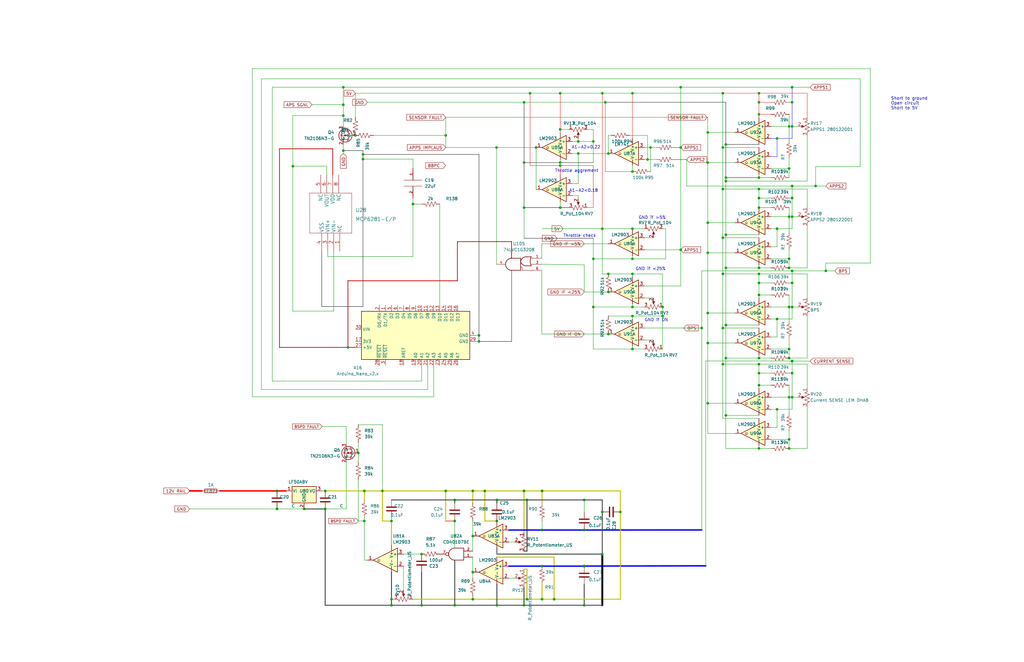
<source format=kicad_sch>
(kicad_sch (version 20211123) (generator eeschema)
  (paper "B")
  (junction (at 332.74 91.44))
  (junction (at 226.06 62.23))
  (junction (at 298.45 106.68))
  (junction (at 246.3292 238.9124))
  (junction (at 266.7 115.57))
  (junction (at 320.04 151.13))
  (junction (at 220.98 68.58))
  (junction (at 144.78 63.5508))
  (junction (at 191.7446 210.9724))
  (junction (at 334.01 114.3))
  (junction (at 334.01 91.44))
  (junction (at 332.74 109.22))
  (junction (at 233.6546 252.8824))
  (junction (at 304.8 39.37))
  (junction (at 165.0746 255.4224))
  (junction (at 332.74 167.64))
  (junction (at 199.3646 207.1624))
  (junction (at 298.45 68.58))
  (junction (at 320.04 113.03))
  (junction (at 334.01 152.3746))
  (junction (at 161.2646 207.1624))
  (junction (at 250.19 109.22))
  (junction (at 320.04 157.48))
  (junction (at 146.7104 146.6088))
  (junction (at 261.5946 216.0524))
  (junction (at 222.2246 210.9724))
  (junction (at 187.9346 207.1624))
  (junction (at 320.04 87.63))
  (junction (at 332.74 147.32))
  (junction (at 256.54 115.57))
  (junction (at 236.22 69.85))
  (junction (at 348.234 114.3))
  (junction (at 177.7746 255.4224))
  (junction (at 220.98 43.18))
  (junction (at 304.8 79.756))
  (junction (at 250.19 129.54))
  (junction (at 298.45 170.18))
  (junction (at 144.78 44.196))
  (junction (at 334.01 36.83))
  (junction (at 223.52 39.37))
  (junction (at 298.45 132.08))
  (junction (at 256.54 140.97))
  (junction (at 304.8 138.43))
  (junction (at 334.01 83.566))
  (junction (at 332.74 71.12))
  (junction (at 204.4446 207.1624))
  (junction (at 306.07 74.93))
  (junction (at 273.05 67.31))
  (junction (at 144.78 36.83))
  (junction (at 320.04 83.566))
  (junction (at 266.7 109.22))
  (junction (at 199.3646 226.2124))
  (junction (at 256.54 123.19))
  (junction (at 320.04 115.57))
  (junction (at 165.0746 219.8624))
  (junction (at 199.3646 252.8824))
  (junction (at 250.19 59.69))
  (junction (at 334.01 157.48))
  (junction (at 298.45 144.78))
  (junction (at 320.04 48.26))
  (junction (at 228.5746 238.9124))
  (junction (at 343.916 78.486))
  (junction (at 306.07 99.06))
  (junction (at 220.98 87.63))
  (junction (at 327.66 58.42))
  (junction (at 304.8 115.57))
  (junction (at 116.8146 214.7824))
  (junction (at 266.7 96.52))
  (junction (at 187.96 57.15))
  (junction (at 332.74 189.23))
  (junction (at 320.04 124.46))
  (junction (at 254 96.52))
  (junction (at 306.07 76.454))
  (junction (at 320.04 162.56))
  (junction (at 332.74 113.03))
  (junction (at 243.84 64.77))
  (junction (at 334.01 152.4))
  (junction (at 266.7 147.32))
  (junction (at 209.5246 210.9724))
  (junction (at 306.07 60.96))
  (junction (at 274.32 62.23))
  (junction (at 306.07 151.13))
  (junction (at 177.7746 233.8324))
  (junction (at 332.74 151.13))
  (junction (at 279.4 133.35))
  (junction (at 334.01 43.18))
  (junction (at 334.01 53.34))
  (junction (at 306.07 175.26))
  (junction (at 243.84 59.69))
  (junction (at 304.8 153.67))
  (junction (at 151.1046 191.1604))
  (junction (at 332.74 129.54))
  (junction (at 209.5246 255.4224))
  (junction (at 174.1424 86.106))
  (junction (at 236.22 87.63))
  (junction (at 334.01 78.486))
  (junction (at 246.3546 210.9724))
  (junction (at 306.07 113.03))
  (junction (at 137.1346 214.7824))
  (junction (at 332.74 53.34))
  (junction (at 220.9546 207.1624))
  (junction (at 295.91 138.43))
  (junction (at 137.1346 207.1624))
  (junction (at 266.7 133.35))
  (junction (at 266.7 129.54))
  (junction (at 153.0604 67.1576))
  (junction (at 287.02 105.41))
  (junction (at 266.7 72.39))
  (junction (at 332.74 185.42))
  (junction (at 304.8 100.33))
  (junction (at 279.4 129.54))
  (junction (at 266.7 39.37))
  (junction (at 298.45 93.98))
  (junction (at 128.2446 214.7824))
  (junction (at 144.78 48.768))
  (junction (at 246.3546 255.4224))
  (junction (at 236.22 39.37))
  (junction (at 327.66 134.62))
  (junction (at 123.4948 70.1548))
  (junction (at 165.0746 252.8824))
  (junction (at 254 39.37))
  (junction (at 191.7446 255.4224))
  (junction (at 201.9808 144.0688))
  (junction (at 153.6446 219.8624))
  (junction (at 334.01 167.64))
  (junction (at 246.3546 223.6724))
  (junction (at 149.86 57.15))
  (junction (at 246.3546 238.9124))
  (junction (at 327.66 96.52))
  (junction (at 320.04 119.38))
  (junction (at 236.22 54.61))
  (junction (at 320.04 74.93))
  (junction (at 306.07 137.16))
  (junction (at 153.0604 65.1764))
  (junction (at 153.6446 207.1624))
  (junction (at 327.66 172.72))
  (junction (at 320.04 79.756))
  (junction (at 320.04 189.23))
  (junction (at 201.9808 141.5288))
  (junction (at 320.04 39.37))
  (junction (at 304.8 62.23))
  (junction (at 209.5246 219.8624))
  (junction (at 228.5746 252.8824))
  (junction (at 220.9546 255.4224))
  (junction (at 246.3546 238.887))
  (junction (at 116.8146 207.1624))
  (junction (at 287.02 62.23))
  (junction (at 320.04 153.67))
  (junction (at 256.54 64.77))
  (junction (at 253.9746 216.0524))
  (junction (at 228.5746 223.6724))
  (junction (at 222.2246 252.8824))
  (junction (at 253.9746 233.8324))
  (junction (at 228.5746 207.1624))
  (junction (at 209.3722 62.23))
  (junction (at 320.04 43.18))
  (junction (at 191.7446 219.8624))
  (junction (at 236.22 68.58))
  (junction (at 334.01 119.38))
  (junction (at 287.02 36.83))
  (junction (at 298.45 55.88))
  (junction (at 334.01 129.54))
  (junction (at 199.3646 241.4524))
  (junction (at 255.27 43.18))
  (wire (pts (xy 117.856 62.7888) (xy 117.856 146.6088)) (stroke (width 0.3) (color 194 0 0 1)))
  (wire (pts (xy 306.07 99.06) (xy 320.04 99.06)))
  (wire (pts (xy 253.9746 210.9724) (xy 253.9746 216.0524)) (stroke (width 0.4) (color 72 72 72 1)))
  (wire (pts (xy 144.78 36.83) (xy 287.02 36.83)))
  (wire (pts (xy 334.01 129.54) (xy 336.55 129.54)))
  (wire (pts (xy 298.45 144.78) (xy 309.88 144.78)))
  (wire (pts (xy 187.9346 219.8624) (xy 187.9346 207.1624)) (stroke (width 0.4) (color 194 194 0 1)))
  (wire (pts (xy 191.7446 210.9724) (xy 165.0746 210.9724)) (stroke (width 0.4) (color 72 72 72 1)))
  (wire (pts (xy 320.04 48.26) (xy 320.04 49.53)) (stroke (width 0) (color 255 0 0 1)))
  (wire (pts (xy 304.8 138.43) (xy 320.04 138.43)))
  (wire (pts (xy 201.9808 144.0688) (xy 201.9808 141.5288)) (stroke (width 0) (color 0 0 0 1)))
  (wire (pts (xy 256.54 57.15) (xy 257.81 57.15)))
  (wire (pts (xy 236.22 73.66) (xy 236.22 69.85)) (stroke (width 0) (color 255 0 0 1)))
  (wire (pts (xy 295.9608 223.647) (xy 295.9608 165.227)))
  (wire (pts (xy 138.176 106.0196) (xy 138.176 108.2548)))
  (wire (pts (xy 209.3722 62.23) (xy 226.06 62.23)))
  (wire (pts (xy 220.98 87.63) (xy 236.22 87.63)) (stroke (width 0) (color 0 0 0 1)))
  (wire (pts (xy 192.8622 118.491) (xy 192.8622 101.9556)) (stroke (width 0.3) (color 194 0 0 1)))
  (wire (pts (xy 201.9808 141.5288) (xy 200.66 141.5288)))
  (wire (pts (xy 340.36 153.67) (xy 320.04 153.67)))
  (wire (pts (xy 325.12 185.42) (xy 332.74 185.42)))
  (wire (pts (xy 306.07 137.16) (xy 320.04 137.16)))
  (wire (pts (xy 146.0246 179.9844) (xy 146.0246 187.3504)))
  (wire (pts (xy 332.74 167.64) (xy 332.74 174.244)))
  (wire (pts (xy 304.8 115.57) (xy 304.8 138.43)))
  (wire (pts (xy 223.52 69.85) (xy 223.52 39.37)) (stroke (width 0) (color 255 0 0 1)))
  (wire (pts (xy 320.04 113.03) (xy 325.12 113.03)))
  (wire (pts (xy 209.5246 210.9724) (xy 191.7446 210.9724)) (stroke (width 0.4) (color 72 72 72 1)))
  (wire (pts (xy 220.9546 232.5624) (xy 222.2246 232.5624)) (stroke (width 0.4) (color 72 72 72 1)))
  (wire (pts (xy 304.8 153.67) (xy 304.8 176.53)))
  (wire (pts (xy 226.06 80.01) (xy 226.06 62.23)))
  (wire (pts (xy 220.98 68.58) (xy 220.98 43.18)) (stroke (width 0) (color 0 0 0 1)))
  (wire (pts (xy 246.38 111.76) (xy 246.38 123.19)))
  (wire (pts (xy 334.01 119.38) (xy 334.01 129.54)))
  (wire (pts (xy 250.19 129.54) (xy 266.7 129.54)))
  (wire (pts (xy 228.4222 102.87) (xy 256.54 102.87)))
  (wire (pts (xy 279.4 115.57) (xy 279.4 129.54)))
  (wire (pts (xy 334.01 58.42) (xy 334.01 53.34)) (stroke (width 0) (color 0 0 255 1)))
  (wire (pts (xy 241.3 64.77) (xy 243.84 64.77)))
  (wire (pts (xy 334.01 134.62) (xy 334.01 129.54)))
  (wire (pts (xy 246.3546 210.9724) (xy 246.3546 216.0524)))
  (wire (pts (xy 334.01 114.3) (xy 348.234 114.3)))
  (wire (pts (xy 151.1046 194.9704) (xy 151.1046 191.1604)))
  (wire (pts (xy 151.1046 179.2224) (xy 161.2646 179.2224)))
  (wire (pts (xy 220.98 68.58) (xy 236.22 68.58)) (stroke (width 0) (color 0 0 0 1)))
  (wire (pts (xy 287.02 62.23) (xy 287.02 105.41)))
  (wire (pts (xy 174.1424 70.9676) (xy 174.1424 67.1576)))
  (wire (pts (xy 327.66 172.72) (xy 327.66 180.34)))
  (wire (pts (xy 266.7 39.37) (xy 304.8 39.37)))
  (wire (pts (xy 298.45 132.08) (xy 309.88 132.08)))
  (wire (pts (xy 325.12 157.48) (xy 320.04 157.48)))
  (wire (pts (xy 146.7104 118.491) (xy 192.8622 118.491)) (stroke (width 0.3) (color 194 0 0 1)))
  (wire (pts (xy 153.0604 129.3368) (xy 153.0604 67.1576)) (stroke (width 0) (color 0 0 0 1)))
  (wire (pts (xy 343.916 70.358) (xy 343.916 78.486)))
  (wire (pts (xy 165.0746 252.8824) (xy 165.0746 255.4224)) (stroke (width 0.4) (color 72 72 72 1)))
  (wire (pts (xy 220.9546 255.4224) (xy 246.3546 255.4224)) (stroke (width 0.4) (color 72 72 72 1)))
  (wire (pts (xy 228.5746 207.1624) (xy 228.5746 212.2424)) (stroke (width 0.4) (color 194 194 0 1)))
  (wire (pts (xy 250.19 109.22) (xy 250.19 129.54)))
  (wire (pts (xy 320.04 115.57) (xy 304.8 115.57)))
  (wire (pts (xy 266.7 109.22) (xy 266.7 107.95)))
  (wire (pts (xy 79.9846 214.7824) (xy 116.8146 214.7824)))
  (wire (pts (xy 209.5246 231.2924) (xy 209.5246 233.8324)) (stroke (width 0.25) (color 0 0 0 1)))
  (wire (pts (xy 243.84 59.69) (xy 241.3 59.69)))
  (wire (pts (xy 327.66 134.62) (xy 325.12 134.62)))
  (wire (pts (xy 320.04 151.13) (xy 325.12 151.13)))
  (wire (pts (xy 274.32 62.23) (xy 274.32 72.39)))
  (wire (pts (xy 362.712 33.274) (xy 362.712 70.358)))
  (wire (pts (xy 297.6372 152.3238) (xy 297.6372 238.7854)))
  (wire (pts (xy 320.04 119.38) (xy 320.04 124.46)))
  (wire (pts (xy 266.7 115.57) (xy 266.7 116.84)))
  (wire (pts (xy 123.4948 131.318) (xy 140.716 131.318)))
  (wire (pts (xy 250.19 87.63) (xy 247.65 87.63)))
  (wire (pts (xy 367.03 28.956) (xy 367.03 110.998)))
  (wire (pts (xy 327.66 134.62) (xy 327.66 142.24)))
  (wire (pts (xy 306.07 189.23) (xy 320.04 189.23)))
  (wire (pts (xy 246.3292 238.9124) (xy 246.3546 238.9124)))
  (wire (pts (xy 254 96.52) (xy 266.7 96.52)))
  (wire (pts (xy 273.05 57.15) (xy 273.05 67.31)))
  (wire (pts (xy 327.66 58.42) (xy 327.66 66.04)) (stroke (width 0) (color 0 0 255 1)))
  (wire (pts (xy 192.8622 101.9556) (xy 215.7222 101.9556)) (stroke (width 0.3) (color 194 0 0 1)))
  (wire (pts (xy 236.22 68.58) (xy 250.19 68.58)) (stroke (width 0) (color 0 0 0 1)))
  (wire (pts (xy 298.45 93.98) (xy 309.88 93.98)))
  (wire (pts (xy 165.0746 219.8624) (xy 165.0746 218.5924)))
  (wire (pts (xy 320.04 124.46) (xy 320.04 125.73)))
  (wire (pts (xy 325.12 180.34) (xy 327.66 180.34)))
  (wire (pts (xy 271.78 105.41) (xy 287.02 105.41)))
  (wire (pts (xy 332.74 147.32) (xy 332.74 151.13)))
  (wire (pts (xy 146.0246 214.7824) (xy 137.1346 214.7824)))
  (wire (pts (xy 222.2246 232.5624) (xy 222.2246 210.9724)) (stroke (width 0.4) (color 72 72 72 1)))
  (wire (pts (xy 241.3 77.47) (xy 243.84 77.47)))
  (wire (pts (xy 340.36 87.63) (xy 340.36 79.756)))
  (wire (pts (xy 327.66 58.42) (xy 334.01 58.42)) (stroke (width 0) (color 0 0 255 1)))
  (wire (pts (xy 191.7446 210.9724) (xy 191.7446 212.2424)) (stroke (width 0.4) (color 72 72 72 1)))
  (wire (pts (xy 236.22 69.85) (xy 250.19 69.85)) (stroke (width 0) (color 255 0 0 1)))
  (wire (pts (xy 287.02 36.83) (xy 334.01 36.83)))
  (wire (pts (xy 106.426 28.956) (xy 367.03 28.956)))
  (wire (pts (xy 295.91 114.3) (xy 334.01 114.3)))
  (wire (pts (xy 325.12 129.54) (xy 332.74 129.54)))
  (wire (pts (xy 236.22 39.37) (xy 254 39.37)))
  (wire (pts (xy 236.22 67.31) (xy 236.22 68.58)))
  (wire (pts (xy 116.8146 207.1624) (xy 120.6246 207.1624)) (stroke (width 0.6) (color 255 0 0 1)))
  (wire (pts (xy 177.7746 255.4224) (xy 191.7446 255.4224)) (stroke (width 0.4) (color 72 72 72 1)))
  (wire (pts (xy 332.74 143.002) (xy 332.74 147.32)))
  (wire (pts (xy 266.7 109.22) (xy 250.19 109.22)))
  (wire (pts (xy 279.4 133.35) (xy 279.4 147.32)))
  (wire (pts (xy 131.572 44.196) (xy 144.78 44.196)))
  (wire (pts (xy 266.7 129.54) (xy 266.7 128.27)))
  (wire (pts (xy 279.4 129.54) (xy 279.4 133.35)))
  (wire (pts (xy 146.7104 146.6088) (xy 146.7104 118.491)) (stroke (width 0.3) (color 194 0 0 1)))
  (wire (pts (xy 137.1346 214.7824) (xy 137.1346 255.4224)) (stroke (width 0.4) (color 72 72 72 1)))
  (wire (pts (xy 271.78 100.33) (xy 275.59 100.33)))
  (wire (pts (xy 340.36 76.454) (xy 306.07 76.454)))
  (wire (pts (xy 137.1346 255.4224) (xy 165.0746 255.4224)) (stroke (width 0.4) (color 72 72 72 1)))
  (wire (pts (xy 157.48 57.15) (xy 187.96 57.15)))
  (wire (pts (xy 332.74 129.54) (xy 332.74 135.382)))
  (wire (pts (xy 123.4948 48.768) (xy 144.78 48.768)))
  (wire (pts (xy 153.6446 219.8624) (xy 153.6446 236.3724)))
  (wire (pts (xy 306.07 113.03) (xy 320.04 113.03)))
  (wire (pts (xy 253.9746 216.0524) (xy 253.9746 233.8324)) (stroke (width 0.4) (color 72 72 72 1)))
  (wire (pts (xy 228.6 96.52) (xy 254 96.52)))
  (wire (pts (xy 177.8 160.8328) (xy 114.808 160.8328)))
  (wire (pts (xy 165.0746 241.4524) (xy 165.0746 252.8824)) (stroke (width 0.4) (color 72 72 72 1)))
  (wire (pts (xy 334.01 78.486) (xy 334.01 83.566)))
  (wire (pts (xy 327.66 172.72) (xy 325.12 172.72)))
  (wire (pts (xy 325.12 147.32) (xy 332.74 147.32)))
  (wire (pts (xy 334.01 96.52) (xy 334.01 91.44)))
  (wire (pts (xy 114.808 36.83) (xy 144.78 36.83)))
  (wire (pts (xy 214.6046 228.7524) (xy 217.1446 228.7524)))
  (wire (pts (xy 144.78 63.5508) (xy 144.78 64.77)))
  (wire (pts (xy 320.04 74.93) (xy 325.12 74.93)))
  (wire (pts (xy 325.12 162.56) (xy 320.04 162.56)))
  (wire (pts (xy 332.74 83.566) (xy 334.01 83.566)))
  (wire (pts (xy 191.7446 219.8624) (xy 191.7446 231.2924)))
  (wire (pts (xy 273.05 67.31) (xy 271.78 67.31)))
  (wire (pts (xy 334.01 152.4) (xy 334.01 157.48)))
  (wire (pts (xy 243.84 83.82) (xy 243.84 82.55)))
  (wire (pts (xy 332.74 91.44) (xy 332.74 97.9518)))
  (wire (pts (xy 327.66 134.62) (xy 334.01 134.62)))
  (wire (pts (xy 298.45 55.88) (xy 309.88 55.88)))
  (wire (pts (xy 261.5946 216.0524) (xy 261.5946 252.8824)) (stroke (width 0.4) (color 194 194 0 1)))
  (wire (pts (xy 246.3292 238.9124) (xy 246.3546 238.9124)) (stroke (width 0.6) (color 0 0 255 1)))
  (wire (pts (xy 153.0604 65.1764) (xy 153.0604 63.5508)) (stroke (width 0) (color 0 0 0 1)))
  (wire (pts (xy 340.36 125.73) (xy 340.36 115.57)))
  (wire (pts (xy 246.3546 238.887) (xy 246.3292 238.9124)))
  (wire (pts (xy 243.84 64.77) (xy 256.54 64.77)))
  (wire (pts (xy 246.3546 210.9724) (xy 222.2246 210.9724)) (stroke (width 0.4) (color 72 72 72 1)))
  (wire (pts (xy 327.66 58.42) (xy 325.12 58.42)) (stroke (width 0) (color 0 0 255 1)))
  (wire (pts (xy 325.12 142.24) (xy 327.66 142.24)))
  (wire (pts (xy 135.636 106.0196) (xy 135.636 129.3368)) (stroke (width 0) (color 0 0 0 1)))
  (wire (pts (xy 199.3646 241.4524) (xy 199.3646 243.9924)))
  (wire (pts (xy 199.3646 252.8824) (xy 222.2246 252.8824)) (stroke (width 0.4) (color 194 194 0 1)))
  (wire (pts (xy 271.78 120.65) (xy 287.02 120.65)))
  (wire (pts (xy 306.07 137.16) (xy 306.07 151.13)))
  (wire (pts (xy 320.04 43.18) (xy 320.04 48.26)) (stroke (width 0) (color 255 0 0 1)))
  (wire (pts (xy 187.9346 207.1624) (xy 199.3646 207.1624)) (stroke (width 0.4) (color 194 194 0 1)))
  (wire (pts (xy 220.9546 207.1624) (xy 220.9546 224.9424)) (stroke (width 0.4) (color 194 194 0 1)))
  (wire (pts (xy 209.5246 235.1024) (xy 233.6546 235.1024)) (stroke (width 0.4) (color 194 194 0 1)))
  (wire (pts (xy 117.856 62.7888) (xy 140.3096 62.7888)) (stroke (width 0.3) (color 194 0 0 1)))
  (wire (pts (xy 254 115.57) (xy 256.54 115.57)))
  (wire (pts (xy 153.0604 63.5508) (xy 144.78 63.5508)) (stroke (width 0) (color 0 0 0 1)))
  (wire (pts (xy 332.74 124.46) (xy 332.74 129.54)))
  (wire (pts (xy 265.43 57.15) (xy 273.05 57.15)))
  (wire (pts (xy 228.5746 252.8824) (xy 233.6546 252.8824)) (stroke (width 0.4) (color 194 194 0 1)))
  (wire (pts (xy 153.6446 236.3724) (xy 154.9146 236.3724)))
  (wire (pts (xy 144.78 36.83) (xy 144.78 44.196)))
  (wire (pts (xy 187.96 62.23) (xy 209.3722 62.23)))
  (wire (pts (xy 332.74 157.48) (xy 334.01 157.48)))
  (wire (pts (xy 123.4948 48.768) (xy 123.4948 70.1548)))
  (wire (pts (xy 266.7 133.35) (xy 266.7 134.62)))
  (wire (pts (xy 306.07 76.454) (xy 306.07 99.06)))
  (wire (pts (xy 214.6046 223.6724) (xy 228.5746 223.6724)) (stroke (width 0.6) (color 0 0 255 1)))
  (wire (pts (xy 209.5246 255.4224) (xy 220.9546 255.4224)) (stroke (width 0.4) (color 72 72 72 1)))
  (wire (pts (xy 320.04 79.756) (xy 304.8 79.756)))
  (wire (pts (xy 182.88 154.2288) (xy 182.88 167.4368)))
  (wire (pts (xy 151.1046 202.5904) (xy 151.1046 219.8624)))
  (wire (pts (xy 332.74 105.5718) (xy 332.74 109.22)))
  (wire (pts (xy 266.7 39.37) (xy 266.7 58.42)) (stroke (width 0) (color 255 0 0 1)))
  (wire (pts (xy 250.19 147.32) (xy 266.7 147.32)))
  (wire (pts (xy 187.96 49.53) (xy 298.45 49.53)))
  (wire (pts (xy 146.0246 194.9704) (xy 146.0246 214.7824)))
  (wire (pts (xy 250.19 109.22) (xy 250.19 100.584)))
  (wire (pts (xy 236.22 54.61) (xy 236.22 55.88)))
  (wire (pts (xy 304.8 138.43) (xy 304.8 153.67)))
  (wire (pts (xy 332.74 48.26) (xy 332.74 53.34)))
  (wire (pts (xy 334.01 172.72) (xy 334.01 167.64)))
  (wire (pts (xy 325.12 119.38) (xy 320.04 119.38)))
  (wire (pts (xy 228.5746 246.5324) (xy 228.5746 252.8824)) (stroke (width 0.4) (color 194 194 0 1)))
  (wire (pts (xy 306.07 175.26) (xy 306.07 189.23)))
  (wire (pts (xy 220.98 68.58) (xy 220.98 87.63)) (stroke (width 0) (color 0 0 0 1)))
  (wire (pts (xy 306.07 74.93) (xy 306.07 76.454)))
  (wire (pts (xy 187.96 62.23) (xy 187.96 57.15)))
  (wire (pts (xy 149.86 39.37) (xy 223.52 39.37)))
  (wire (pts (xy 340.36 39.37) (xy 320.04 39.37)) (stroke (width 0) (color 255 0 0 1)))
  (wire (pts (xy 334.01 152.3746) (xy 297.6372 152.3238)))
  (wire (pts (xy 182.88 167.4368) (xy 106.426 167.4368)))
  (wire (pts (xy 209.5246 219.8624) (xy 204.4446 219.8624)) (stroke (width 0.4) (color 194 194 0 1)))
  (wire (pts (xy 266.7 129.54) (xy 271.78 129.54)))
  (wire (pts (xy 199.3646 226.2124) (xy 199.3646 232.5624)))
  (wire (pts (xy 153.6446 218.5924) (xy 153.6446 219.8624)))
  (wire (pts (xy 200.66 144.0688) (xy 201.9808 144.0688)))
  (wire (pts (xy 116.8146 214.7824) (xy 128.2446 214.7824)))
  (wire (pts (xy 298.45 55.88) (xy 298.45 49.53)))
  (wire (pts (xy 144.78 44.196) (xy 144.78 48.768)))
  (wire (pts (xy 343.916 78.486) (xy 348.234 78.486)))
  (wire (pts (xy 325.12 124.46) (xy 320.04 124.46)))
  (wire (pts (xy 180.34 164.3888) (xy 110.236 164.3888)))
  (wire (pts (xy 243.84 77.47) (xy 243.84 64.77)))
  (wire (pts (xy 298.45 106.68) (xy 298.45 132.08)))
  (wire (pts (xy 228.5746 238.9124) (xy 246.3292 238.9124)) (stroke (width 0.6) (color 0 0 255 1)))
  (wire (pts (xy 334.01 152.4) (xy 341.63 152.4)))
  (wire (pts (xy 191.7446 236.3724) (xy 191.7446 255.4224)) (stroke (width 0.4) (color 72 72 72 1)))
  (wire (pts (xy 149.86 146.6088) (xy 146.7104 146.6088)) (stroke (width 0.3) (color 194 0 0 1)))
  (wire (pts (xy 174.1424 86.106) (xy 177.8 86.106)))
  (wire (pts (xy 320.04 115.57) (xy 320.04 119.38)))
  (wire (pts (xy 325.12 66.04) (xy 327.66 66.04)) (stroke (width 0) (color 0 0 255 1)))
  (wire (pts (xy 334.01 114.3) (xy 334.01 119.38)))
  (wire (pts (xy 253.9746 210.9724) (xy 246.3546 210.9724)) (stroke (width 0.4) (color 72 72 72 1)))
  (wire (pts (xy 340.36 151.13) (xy 340.36 133.35)))
  (wire (pts (xy 306.07 43.18) (xy 306.07 60.96)) (stroke (width 0) (color 0 0 0 1)))
  (wire (pts (xy 153.0604 65.1764) (xy 201.9808 65.1764)) (stroke (width 0) (color 0 0 0 1)))
  (wire (pts (xy 340.36 115.57) (xy 320.04 115.57)))
  (wire (pts (xy 298.45 170.18) (xy 298.45 182.88)))
  (wire (pts (xy 295.91 138.43) (xy 295.91 143.51)))
  (wire (pts (xy 340.36 113.03) (xy 340.36 95.25)))
  (wire (pts (xy 174.1424 83.6676) (xy 174.1424 86.106)))
  (wire (pts (xy 254 39.37) (xy 254 96.52)) (stroke (width 0) (color 255 0 0 1)))
  (wire (pts (xy 243.84 82.55) (xy 241.3 82.55)))
  (wire (pts (xy 325.12 167.64) (xy 332.74 167.64)))
  (wire (pts (xy 174.1424 108.2548) (xy 174.1424 86.106)))
  (wire (pts (xy 334.01 43.18) (xy 334.01 53.34)) (stroke (width 0) (color 0 0 255 1)))
  (wire (pts (xy 332.74 151.13) (xy 340.36 151.13)))
  (wire (pts (xy 114.808 160.8328) (xy 114.808 36.83)))
  (wire (pts (xy 254 39.37) (xy 266.7 39.37)))
  (wire (pts (xy 320.04 39.37) (xy 304.8 39.37)) (stroke (width 0) (color 255 0 0 1)))
  (wire (pts (xy 209.5246 233.8324) (xy 253.9746 233.8324)) (stroke (width 0.4) (color 72 72 72 1)))
  (wire (pts (xy 236.22 69.85) (xy 223.52 69.85)) (stroke (width 0) (color 255 0 0 1)))
  (wire (pts (xy 151.1046 191.1604) (xy 151.1046 186.8424)))
  (wire (pts (xy 325.12 71.12) (xy 332.74 71.12)))
  (wire (pts (xy 199.3646 251.6124) (xy 199.3646 252.8824)) (stroke (width 0.4) (color 194 194 0 1)))
  (wire (pts (xy 222.2246 210.9724) (xy 209.5246 210.9724)) (stroke (width 0.4) (color 72 72 72 1)))
  (wire (pts (xy 289.56 78.486) (xy 334.01 78.486)))
  (wire (pts (xy 340.36 79.756) (xy 320.04 79.756)))
  (wire (pts (xy 325.12 53.34) (xy 332.74 53.34)))
  (wire (pts (xy 222.2246 240.1824) (xy 222.2246 252.8824)) (stroke (width 0.4) (color 194 194 0 1)))
  (wire (pts (xy 246.3546 246.5324) (xy 246.3546 255.4224)) (stroke (width 0.4) (color 72 72 72 1)))
  (wire (pts (xy 153.6446 210.9724) (xy 153.6446 207.1624)) (stroke (width 0.4) (color 194 194 0 1)))
  (wire (pts (xy 266.7 109.22) (xy 280.67 109.22)))
  (wire (pts (xy 246.3546 255.4224) (xy 253.9746 255.4224)) (stroke (width 0.4) (color 72 72 72 1)))
  (wire (pts (xy 298.45 170.18) (xy 309.88 170.18)))
  (wire (pts (xy 298.45 68.58) (xy 309.88 68.58)))
  (wire (pts (xy 135.8646 179.9844) (xy 146.0246 179.9844)))
  (wire (pts (xy 367.03 110.998) (xy 348.234 110.998)))
  (wire (pts (xy 295.91 114.3) (xy 295.91 138.43)))
  (wire (pts (xy 228.4222 102.87) (xy 228.4222 108.9914)))
  (wire (pts (xy 304.8 100.33) (xy 320.04 100.33)))
  (wire (pts (xy 220.98 43.18) (xy 255.27 43.18)))
  (wire (pts (xy 214.6046 243.9924) (xy 217.1446 243.9924)))
  (wire (pts (xy 236.22 54.61) (xy 240.03 54.61)))
  (wire (pts (xy 306.07 60.96) (xy 306.07 74.93)) (stroke (width 0) (color 0 0 0 1)))
  (wire (pts (xy 199.3646 235.1024) (xy 199.3646 241.4524)))
  (wire (pts (xy 306.07 113.03) (xy 306.07 137.16)))
  (wire (pts (xy 320.04 189.23) (xy 325.12 189.23)))
  (wire (pts (xy 220.9546 240.1824) (xy 222.2246 240.1824)) (stroke (width 0.4) (color 194 194 0 1)))
  (wire (pts (xy 199.3646 207.1624) (xy 204.4446 207.1624)) (stroke (width 0.4) (color 194 194 0 1)))
  (wire (pts (xy 334.01 83.566) (xy 334.01 91.44)))
  (wire (pts (xy 204.4446 219.8624) (xy 204.4446 207.1624)) (stroke (width 0.4) (color 194 194 0 1)))
  (wire (pts (xy 327.66 96.52) (xy 327.66 104.14)))
  (wire (pts (xy 199.3646 252.8824) (xy 173.9646 252.8824)) (stroke (width 0.4) (color 194 194 0 1)))
  (wire (pts (xy 279.4 133.35) (xy 266.7 133.35)))
  (wire (pts (xy 153.6446 207.1624) (xy 161.2646 207.1624)) (stroke (width 0.4) (color 194 194 0 1)))
  (wire (pts (xy 250.19 54.61) (xy 247.65 54.61)))
  (wire (pts (xy 253.9746 233.8324) (xy 253.9746 255.4224)) (stroke (width 0.8) (color 0 0 0 1)))
  (wire (pts (xy 138.176 108.2548) (xy 174.1424 108.2548)))
  (wire (pts (xy 348.234 114.3) (xy 352.044 114.3)))
  (wire (pts (xy 250.19 129.54) (xy 250.19 147.32)))
  (wire (pts (xy 187.96 57.15) (xy 187.96 49.53)))
  (wire (pts (xy 123.4948 70.1548) (xy 137.7696 70.1548)))
  (wire (pts (xy 320.04 149.86) (xy 320.04 151.13)))
  (wire (pts (xy 320.04 39.37) (xy 320.04 43.18)) (stroke (width 0) (color 255 0 0 1)))
  (wire (pts (xy 153.0604 67.1576) (xy 153.0604 65.1764)) (stroke (width 0) (color 0 0 0 1)))
  (wire (pts (xy 332.74 162.56) (xy 332.74 167.64)))
  (wire (pts (xy 332.74 53.34) (xy 332.74 59.182)))
  (wire (pts (xy 170.1546 238.9124) (xy 170.1546 249.0724)))
  (wire (pts (xy 271.78 143.51) (xy 275.59 143.51)))
  (wire (pts (xy 320.04 83.566) (xy 320.04 87.63)))
  (wire (pts (xy 306.07 151.13) (xy 320.04 151.13)))
  (wire (pts (xy 214.6046 238.9124) (xy 228.5746 238.9124)) (stroke (width 0.6) (color 0 0 255 1)))
  (wire (pts (xy 254 96.52) (xy 254 115.57)))
  (wire (pts (xy 236.22 85.09) (xy 236.22 87.63)))
  (wire (pts (xy 287.02 105.41) (xy 287.02 120.65)))
  (wire (pts (xy 191.7446 219.8624) (xy 187.9346 219.8624)) (stroke (width 0.25) (color 255 0 0 1)))
  (wire (pts (xy 274.32 62.23) (xy 276.86 62.23)))
  (wire (pts (xy 228.4222 140.97) (xy 228.4222 114.0714)))
  (wire (pts (xy 332.74 87.63) (xy 332.74 91.44)))
  (wire (pts (xy 256.54 133.35) (xy 266.7 133.35)))
  (wire (pts (xy 298.45 93.98) (xy 298.45 68.58)))
  (wire (pts (xy 222.2246 252.8824) (xy 228.5746 252.8824)) (stroke (width 0.4) (color 194 194 0 1)))
  (wire (pts (xy 306.07 99.06) (xy 306.07 113.03)))
  (wire (pts (xy 144.78 60.96) (xy 144.78 63.5508)))
  (wire (pts (xy 165.0746 255.4224) (xy 177.7746 255.4224)) (stroke (width 0.4) (color 72 72 72 1)))
  (wire (pts (xy 298.45 144.78) (xy 298.45 170.18)))
  (wire (pts (xy 304.8 62.23) (xy 320.04 62.23)))
  (wire (pts (xy 280.67 109.22) (xy 280.67 96.52)))
  (wire (pts (xy 320.04 187.96) (xy 320.04 189.23)))
  (wire (pts (xy 327.66 172.72) (xy 334.01 172.72)))
  (wire (pts (xy 362.712 70.358) (xy 343.916 70.358)))
  (wire (pts (xy 266.7 147.32) (xy 271.78 147.32)))
  (wire (pts (xy 144.78 48.768) (xy 144.78 53.34)))
  (wire (pts (xy 332.74 113.03) (xy 340.36 113.03)))
  (wire (pts (xy 199.3646 219.8624) (xy 199.3646 226.2124)))
  (wire (pts (xy 85.0646 207.1624) (xy 79.9846 207.1624)) (stroke (width 0.7) (color 255 0 0 1)))
  (wire (pts (xy 320.04 153.67) (xy 304.8 153.67)))
  (wire (pts (xy 276.86 67.31) (xy 273.05 67.31)))
  (wire (pts (xy 116.8146 207.1624) (xy 92.6846 207.1624)) (stroke (width 0.6) (color 255 0 0 1)))
  (wire (pts (xy 332.74 119.38) (xy 334.01 119.38)))
  (wire (pts (xy 304.8 62.23) (xy 304.8 79.756)))
  (wire (pts (xy 177.7746 241.4524) (xy 177.7746 255.4224)) (stroke (width 0.4) (color 72 72 72 1)))
  (wire (pts (xy 256.54 64.77) (xy 256.54 57.15)))
  (wire (pts (xy 137.7696 70.1548) (xy 137.7696 73.8124)))
  (wire (pts (xy 243.84 58.42) (xy 243.84 59.69)))
  (wire (pts (xy 223.52 39.37) (xy 236.22 39.37)))
  (wire (pts (xy 306.07 60.96) (xy 320.04 60.96)) (stroke (width 0) (color 0 0 0 1)))
  (wire (pts (xy 284.48 62.23) (xy 287.02 62.23)) (stroke (width 0) (color 0 0 255 1)))
  (wire (pts (xy 215.7222 114.0714) (xy 215.7222 144.0688)) (stroke (width 0) (color 0 0 0 1)))
  (wire (pts (xy 295.9608 165.227) (xy 295.91 143.51)))
  (wire (pts (xy 233.6546 235.1024) (xy 233.6546 252.8824)) (stroke (width 0.4) (color 194 194 0 1)))
  (wire (pts (xy 201.9808 144.0688) (xy 215.7222 144.0688)) (stroke (width 0) (color 0 0 0 1)))
  (wire (pts (xy 325.12 87.63) (xy 320.04 87.63)))
  (wire (pts (xy 204.4446 207.1624) (xy 220.9546 207.1624)) (stroke (width 0.4) (color 194 194 0 1)))
  (wire (pts (xy 266.7 115.57) (xy 279.4 115.57)))
  (wire (pts (xy 209.5246 246.5324) (xy 209.5246 255.4224)) (stroke (width 0.4) (color 72 72 72 1)))
  (wire (pts (xy 306.07 151.13) (xy 306.07 175.26)))
  (wire (pts (xy 123.4948 131.318) (xy 123.4948 70.1548)))
  (wire (pts (xy 165.0746 219.8624) (xy 161.2646 219.8624)) (stroke (width 0.4) (color 194 194 0 1)))
  (wire (pts (xy 298.45 106.68) (xy 309.88 106.68)))
  (wire (pts (xy 304.8 176.53) (xy 320.04 176.53)))
  (wire (pts (xy 325.12 83.566) (xy 320.04 83.566)))
  (wire (pts (xy 332.74 43.18) (xy 334.01 43.18)))
  (wire (pts (xy 228.5746 207.1624) (xy 261.5946 207.1624)) (stroke (width 0.4) (color 194 194 0 1)))
  (wire (pts (xy 340.36 57.15) (xy 340.36 76.454)))
  (wire (pts (xy 271.78 62.23) (xy 274.32 62.23)))
  (wire (pts (xy 334.01 43.18) (xy 334.01 36.83)) (stroke (width 0) (color 0 0 255 1)))
  (wire (pts (xy 325.12 109.22) (xy 332.74 109.22)))
  (wire (pts (xy 250.19 59.69) (xy 250.19 68.58)))
  (wire (pts (xy 177.8 154.2288) (xy 177.8 160.8328)))
  (wire (pts (xy 165.0746 252.8824) (xy 166.3446 252.8824)))
  (wire (pts (xy 320.04 153.67) (xy 320.04 157.48)))
  (wire (pts (xy 289.56 67.31) (xy 284.48 67.31)) (stroke (width 0) (color 0 0 255 1)))
  (wire (pts (xy 340.36 163.83) (xy 340.36 153.67)))
  (wire (pts (xy 334.01 36.83) (xy 341.63 36.83)))
  (wire (pts (xy 246.3546 238.887) (xy 297.6372 238.7854)) (stroke (width 0.6) (color 0 0 255 1)))
  (wire (pts (xy 151.1046 219.8624) (xy 153.6446 219.8624)))
  (wire (pts (xy 161.2646 207.1624) (xy 187.9346 207.1624)) (stroke (width 0.4) (color 194 194 0 1)))
  (wire (pts (xy 165.0746 219.8624) (xy 165.0746 230.0224)) (stroke (width 0.4) (color 194 194 0 1)))
  (wire (pts (xy 201.9808 65.1764) (xy 201.9808 141.5288)) (stroke (width 0) (color 0 0 0 1)))
  (wire (pts (xy 140.3096 62.7888) (xy 140.3096 73.8124)) (stroke (width 0.3) (color 194 0 0 1)))
  (wire (pts (xy 332.74 185.42) (xy 332.74 189.23)))
  (wire (pts (xy 185.42 86.106) (xy 185.42 128.8288)))
  (wire (pts (xy 246.3546 223.6724) (xy 295.9608 223.647)) (stroke (width 0.6) (color 0 0 255 1)))
  (wire (pts (xy 256.54 115.57) (xy 266.7 115.57)))
  (wire (pts (xy 236.22 87.63) (xy 240.03 87.63)) (stroke (width 0) (color 0 0 0 1)))
  (wire (pts (xy 320.04 79.756) (xy 320.04 83.566)))
  (wire (pts (xy 266.7 72.39) (xy 255.27 72.39)))
  (wire (pts (xy 332.74 109.22) (xy 332.74 113.03)))
  (wire (pts (xy 233.6546 252.8824) (xy 261.5946 252.8824)) (stroke (width 0.4) (color 194 194 0 1)))
  (wire (pts (xy 332.74 71.12) (xy 332.74 74.93)))
  (wire (pts (xy 140.716 106.0196) (xy 140.716 131.318)))
  (wire (pts (xy 298.45 106.68) (xy 298.45 93.98)))
  (wire (pts (xy 250.19 69.85) (xy 250.19 87.63)) (stroke (width 0) (color 255 0 0 1)))
  (wire (pts (xy 334.01 78.486) (xy 343.916 78.486)))
  (wire (pts (xy 304.8 100.33) (xy 304.8 115.57)))
  (wire (pts (xy 154.94 43.18) (xy 220.98 43.18)))
  (wire (pts (xy 327.66 96.52) (xy 334.01 96.52)))
  (wire (pts (xy 191.7446 255.4224) (xy 209.5246 255.4224)) (stroke (width 0.4) (color 72 72 72 1)))
  (wire (pts (xy 334.01 167.64) (xy 336.55 167.64)))
  (wire (pts (xy 228.4222 111.5314) (xy 246.38 111.76)))
  (wire (pts (xy 332.74 181.864) (xy 332.74 185.42)))
  (wire (pts (xy 220.9546 247.8024) (xy 220.9546 255.4224)) (stroke (width 0.4) (color 72 72 72 1)))
  (wire (pts (xy 320.04 111.76) (xy 320.04 113.03)))
  (wire (pts (xy 250.19 100.584) (xy 220.98 100.584)) (stroke (width 0) (color 0 0 0 1)))
  (wire (pts (xy 275.59 125.73) (xy 271.78 125.73)))
  (wire (pts (xy 220.9546 207.1624) (xy 228.5746 207.1624)) (stroke (width 0.4) (color 194 194 0 1)))
  (wire (pts (xy 325.12 43.18) (xy 320.04 43.18)) (stroke (width 0) (color 255 0 0 1)))
  (wire (pts (xy 340.36 49.53) (xy 340.36 39.37)) (stroke (width 0) (color 255 0 0 1)))
  (wire (pts (xy 209.5246 210.9724) (xy 209.5246 212.2424)) (stroke (width 0.4) (color 72 72 72 1)))
  (wire (pts (xy 334.01 53.34) (xy 336.55 53.34)))
  (wire (pts (xy 146.7104 146.6088) (xy 117.856 146.6088)) (stroke (width 0.3) (color 194 0 0 1)))
  (wire (pts (xy 250.19 59.69) (xy 243.84 59.69)))
  (wire (pts (xy 271.78 138.43) (xy 295.91 138.43)))
  (wire (pts (xy 228.5746 219.8624) (xy 228.5746 223.6724)))
  (wire (pts (xy 320.04 73.66) (xy 320.04 74.93)))
  (wire (pts (xy 250.19 54.61) (xy 250.19 59.69)))
  (wire (pts (xy 135.636 129.3368) (xy 153.0604 129.3368)) (stroke (width 0) (color 0 0 0 1)))
  (wire (pts (xy 236.22 39.37) (xy 236.22 54.61)) (stroke (width 0) (color 255 0 0 1)))
  (wire (pts (xy 334.01 157.48) (xy 334.01 167.64)))
  (wire (pts (xy 304.8 100.33) (xy 304.8 79.756)))
  (wire (pts (xy 255.27 43.18) (xy 306.07 43.18)) (stroke (width 0) (color 0 0 0 1)))
  (wire (pts (xy 327.66 96.52) (xy 325.12 96.52)))
  (wire (pts (xy 266.7 69.85) (xy 266.7 72.39)))
  (wire (pts (xy 287.02 36.83) (xy 287.02 62.23)))
  (wire (pts (xy 289.56 67.31) (xy 289.56 78.486)))
  (wire (pts (xy 137.1346 207.1624) (xy 153.6446 207.1624)) (stroke (width 0.4) (color 194 194 0 1)))
  (wire (pts (xy 161.2646 219.8624) (xy 161.2646 207.1624)) (stroke (width 0.4) (color 194 194 0 1)))
  (wire (pts (xy 332.74 66.802) (xy 332.74 71.12)))
  (wire (pts (xy 228.5746 223.6724) (xy 246.3546 223.6724)) (stroke (width 0.6) (color 0 0 255 1)))
  (wire (pts (xy 348.234 110.998) (xy 348.234 114.3)))
  (wire (pts (xy 170.1546 233.8324) (xy 177.7746 233.8324)))
  (wire (pts (xy 161.2646 179.2224) (xy 161.2646 207.1624)))
  (wire (pts (xy 246.38 123.19) (xy 256.54 123.19)))
  (wire (pts (xy 309.88 182.88) (xy 298.45 182.88)))
  (wire (pts (xy 128.2446 214.7824) (xy 137.1346 214.7824)) (stroke (width 0.4) (color 72 72 72 1)))
  (wire (pts (xy 215.7222 101.9556) (xy 215.7222 108.9914)) (stroke (width 0.3) (color 194 0 0 1)))
  (wire (pts (xy 180.34 154.2288) (xy 180.34 164.3888)))
  (wire (pts (xy 135.8646 207.1624) (xy 137.1346 207.1624)))
  (wire (pts (xy 255.27 72.39) (xy 255.27 43.18)))
  (wire (pts (xy 220.98 87.63) (xy 220.98 100.584)))
  (wire (pts (xy 306.07 175.26) (xy 320.04 175.26)))
  (wire (pts (xy 209.3722 62.23) (xy 209.3722 111.5314)))
  (wire (pts (xy 320.04 162.56) (xy 320.04 163.83)))
  (wire (pts (xy 304.8 39.37) (xy 304.8 62.23)))
  (wire (pts (xy 298.45 132.08) (xy 298.45 144.78)))
  (wire (pts (xy 174.1424 67.1576) (xy 153.0604 67.1576)))
  (wire (pts (xy 332.74 189.23) (xy 340.36 189.23)))
  (wire (pts (xy 334.01 91.44) (xy 336.55 91.44)))
  (wire (pts (xy 266.7 96.52) (xy 271.78 96.52)))
  (wire (pts (xy 325.12 104.14) (xy 327.66 104.14)))
  (wire (pts (xy 298.45 68.58) (xy 298.45 55.88)))
  (wire (pts (xy 340.36 189.23) (xy 340.36 171.45)))
  (wire (pts (xy 306.07 74.93) (xy 320.04 74.93)) (stroke (width 0) (color 0 0 0 1)))
  (wire (pts (xy 320.04 157.48) (xy 320.04 162.56)))
  (wire (pts (xy 228.4222 140.97) (xy 256.54 140.97)))
  (wire (pts (xy 199.3646 207.1624) (xy 199.3646 212.2424)) (stroke (width 0.4) (color 194 194 0 1)))
  (wire (pts (xy 149.86 49.53) (xy 149.86 39.37)))
  (wire (pts (xy 279.4 96.52) (xy 280.67 96.52)))
  (wire (pts (xy 266.7 147.32) (xy 266.7 146.05)))
  (wire (pts (xy 261.5946 207.1624) (xy 261.5946 216.0524)) (stroke (width 0.4) (color 194 194 0 1)))
  (wire (pts (xy 325.12 48.26) (xy 320.04 48.26)) (stroke (width 0) (color 255 0 0 1)))
  (wire (pts (xy 110.236 164.3888) (xy 110.236 33.274)))
  (wire (pts (xy 325.12 91.44) (xy 332.74 91.44)))
  (wire (pts (xy 106.426 167.4368) (xy 106.426 28.956)))
  (wire (pts (xy 110.236 33.274) (xy 362.712 33.274)))
  (text "Throttle aggrement" (at 233.934 72.898 0) (effects (font (size 1.27 1.27)) (justify left bottom)))
  (text "Short to ground\nOpen circuit\nShort to 5V" (at 375.666 46.482 0) (effects (font (size 1.27 1.27)) (justify left bottom)))
  (text "GND if >5%" (at 269.24 92.71 0) (effects (font (size 1.27 1.27)) (justify left bottom)))
  (text "A1-A2<0.18" (at 240.03 81.28 0) (effects (font (size 1.27 1.27)) (justify left bottom)))
  (text "Throttle check" (at 237.49 100.33 0) (effects (font (size 1.27 1.27)) (justify left bottom)))
  (text "GND if ON" (at 271.78 135.89 0) (effects (font (size 1.27 1.27)) (justify left bottom)))
  (text "GND if <25%" (at 267.97 114.3 0) (effects (font (size 1.27 1.27)) (justify left bottom)))
  (text "A1-A2>0.22" (at 241.046 62.992 0) (effects (font (size 1.27 1.27)) (justify left bottom)))
  (global_label "GND" (shape input) (at 154.94 43.18 180) (property "Intersheet References" "${INTERSHEET_REFS}" (effects hide)))
  (global_label "5V" (shape input) (at 149.86 39.37 180) (property "Intersheet References" "${INTERSHEET_REFS}" (effects hide)))
  (global_label "BSPD FAULT" (shape input) (at 135.8646 179.9844 180) (effects (font (size 1.143 1.143))) (property "Intersheet References" "${INTERSHEET_REFS}" (effects hide)))
  (global_label "5V" (shape input) (at 237.49 96.52 180) (property "Intersheet References" "${INTERSHEET_REFS}" (effects hide)))
  (global_label "GND IF >5%" (shape input) (at 246.38 102.87 180) (property "Intersheet References" "${INTERSHEET_REFS}" (effects hide)))
  (global_label "BSPD FAULT" (shape input) (at 151.1046 219.8624 180) (effects (font (size 1.143 1.143))) (property "Intersheet References" "${INTERSHEET_REFS}" (effects hide)))
  (global_label "GND IF <25%" (shape input) (at 246.38 123.19 180) (property "Intersheet References" "${INTERSHEET_REFS}" (effects hide)))
  (global_label "APPS IMPLAUS" (shape input) (at 187.96 62.23 180) (property "Intersheet References" "${INTERSHEET_REFS}" (effects hide)))
  (global_label "APPS1" (shape input) (at 287.02 62.23 0) (property "Intersheet References" "${INTERSHEET_REFS}" (effects hide)))
  (global_label "SENSOR FAULT" (shape input) (at 187.96 49.53 180) (property "Intersheet References" "${INTERSHEET_REFS}" (effects hide)))
  (global_label "APS SGNL" (shape input) (at 131.572 44.196 180) (property "Intersheet References" "${INTERSHEET_REFS}" (effects hide)))
  (global_label "GND" (shape input) (at 79.9846 214.7824 180) (property "Intersheet References" "${INTERSHEET_REFS}" (effects hide)))
  (global_label "GND" (shape input) (at 144.78 64.77 270) (property "Intersheet References" "${INTERSHEET_REFS}" (effects hide)))
  (global_label "CURRENT SENSE" (shape input) (at 341.63 152.4 0) (property "Intersheet References" "${INTERSHEET_REFS}" (effects hide)))
  (global_label "BPS" (shape input) (at 288.29 138.43 0) (property "Intersheet References" "${INTERSHEET_REFS}" (effects hide)))
  (global_label "BPS" (shape input) (at 352.044 114.3 0) (property "Intersheet References" "${INTERSHEET_REFS}" (effects hide)))
  (global_label "12V RAIL" (shape input) (at 79.9846 207.1624 180) (property "Intersheet References" "${INTERSHEET_REFS}" (effects hide)))
  (global_label "GND IF ON" (shape input) (at 246.38 140.97 180) (property "Intersheet References" "${INTERSHEET_REFS}" (effects hide)))
  (global_label "SENSOR FAULT" (shape input) (at 298.196 49.53 180) (property "Intersheet References" "${INTERSHEET_REFS}" (effects hide)))
  (global_label "APPS1" (shape input) (at 287.02 105.41 0) (property "Intersheet References" "${INTERSHEET_REFS}" (effects hide)))
  (global_label "APPS2" (shape input) (at 289.56 67.31 0) (property "Intersheet References" "${INTERSHEET_REFS}" (effects hide)))
  (global_label "BBPC " (shape input) (at 187.96 69.85 180) (property "Intersheet References" "${INTERSHEET_REFS}" (effects hide)))
  (global_label "APPS2" (shape input) (at 348.234 78.486 0) (property "Intersheet References" "${INTERSHEET_REFS}" (effects hide)))
  (global_label "GND" (shape input) (at 234.95 100.584 180) (property "Intersheet References" "${INTERSHEET_REFS}" (effects hide)))
  (global_label "APPS1" (shape input) (at 341.63 36.83 0) (property "Intersheet References" "${INTERSHEET_REFS}" (effects hide)))
  (symbol (lib_id "Device:R_US") (at 228.5746 242.7224 0) (mirror y) (unit 1)
    (property "Reference" "R91" (at 233.6546 247.8024 0) (effects (justify left)))
    (property "Value" "39k" (at 233.6546 241.4524 0) (effects (justify left)))
    (property "Footprint" "Resistor_THT:R_Axial_DIN0204_L3.6mm_D1.6mm_P5.08mm_Horizontal" (effects hide))
  )
  (symbol (lib_id "Device:R_US") (at 328.93 113.03 270) (mirror x) (unit 1)
    (property "Reference" "R105" (at 325.12 110.49 90) (effects (justify left)))
    (property "Value" "39k" (at 328.93 110.49 90) (effects (justify left)))
    (property "Footprint" "Resistor_THT:R_Axial_DIN0204_L3.6mm_D1.6mm_P5.08mm_Horizontal" (effects hide))
  )
  (symbol (lib_id "Device:R_US") (at 151.1046 198.7804 0) (mirror y) (unit 1)
    (property "Reference" "R84" (at 153.6446 197.5103 0) (effects (justify right)))
    (property "Value" "39k" (at 153.6446 200.0503 0) (effects (justify right)))
    (property "Footprint" "Resistor_THT:R_Axial_DIN0204_L3.6mm_D1.6mm_P5.08mm_Horizontal" (effects hide))
  )
  (symbol (lib_id "Regulator_Linear:LM7805_TO220") (at 128.2446 207.1624 0) (unit 1)
    (property "Reference" "U80" (at 128.2446 207.1624 0))
    (property "Value" "LF50ABV" (at 125.7046 203.3524 0))
    (property "Footprint" "Package_TO_SOT_THT:TO-220-3_Vertical" (effects hide))
    (property "Datasheet" "https://www.onsemi.cn/PowerSolutions/document/MC7800-D.PDF" (effects hide))
  )
  (symbol (lib_id "Device:R_US") (at 328.93 189.23 270) (mirror x) (unit 1)
    (property "Reference" "R113" (at 325.12 186.69 90) (effects (justify left)))
    (property "Value" "39k" (at 328.93 186.69 90) (effects (justify left)))
    (property "Footprint" "Resistor_THT:R_Axial_DIN0204_L3.6mm_D1.6mm_P5.08mm_Horizontal" (effects hide))
  )
  (symbol (lib_id "FSAE DMS-23 Components:LM2903") (at 317.5 93.98 0) (mirror y) (unit 1)
    (property "Reference" "U94" (at 316.23 93.98 0) (effects (justify right)))
    (property "Value" "LM2903" (at 311.15 90.17 0) (effects (justify right)))
    (property "Datasheet" "http://www.ti.com/lit/ds/symlink/lm393.pdf" (effects hide))
  )
  (symbol (lib_id "Device:R_US") (at 199.3646 247.8024 0) (unit 1)
    (property "Reference" "R89" (at 194.2846 245.2624 0) (effects (justify left)))
    (property "Value" "39k" (at 193.0146 249.0724 0) (effects (justify left)))
    (property "Footprint" "Resistor_THT:R_Axial_DIN0204_L3.6mm_D1.6mm_P5.08mm_Horizontal" (effects hide))
  )
  (symbol (lib_id "FSAE DMS-23 Components:LM2903") (at 317.5 182.88 0) (mirror y) (unit 1)
    (property "Reference" "U99" (at 316.23 182.88 0) (effects (justify right)))
    (property "Value" "LM2903" (at 311.15 179.07 0) (effects (justify right)))
    (property "Datasheet" "http://www.ti.com/lit/ds/symlink/lm393.pdf" (effects hide))
  )
  (symbol (lib_id "Device:R_US") (at 280.67 62.23 90) (mirror x) (unit 1)
    (property "Reference" "R96" (at 279.4 59.69 90) (effects (justify left)))
    (property "Value" "51k" (at 283.21 59.69 90) (effects (justify left)))
    (property "Footprint" "Resistor_THT:R_Axial_DIN0204_L3.6mm_D1.6mm_P5.08mm_Horizontal" (effects hide))
  )
  (symbol (lib_id "Device:R_US") (at 328.93 74.93 270) (mirror x) (unit 1)
    (property "Reference" "R101" (at 325.12 72.39 90) (effects (justify left)))
    (property "Value" "39k" (at 328.93 72.39 90) (effects (justify left)))
    (property "Footprint" "Resistor_THT:R_Axial_DIN0204_L3.6mm_D1.6mm_P5.08mm_Horizontal" (effects hide))
  )
  (symbol (lib_id "Device:Fuse") (at 88.8746 207.1624 270) (unit 1)
    (property "Reference" "F37" (at 88.8746 207.1624 90))
    (property "Value" "1A" (at 88.8746 204.6224 90))
    (property "Footprint" "FSAE_downloads:Fuse holder 17867640001" (effects hide))
  )
  (symbol (lib_id "Device:R_US") (at 332.74 62.992 0) (mirror y) (unit 1)
    (property "Reference" "R?" (at 330.2 67.564 90) (effects (justify left)))
    (property "Value" "39k" (at 335.28 64.516 90) (effects (justify left)))
    (property "Footprint" "Resistor_THT:R_Axial_DIN0204_L3.6mm_D1.6mm_P5.08mm_Horizontal" (effects hide))
  )
  (symbol (lib_id "Device:R_Potentiometer_US") (at 243.84 54.61 90) (mirror x) (unit 1)
    (property "Reference" "RV13" (at 237.49 52.07 90) (effects (justify right)))
    (property "Value" "R_Pot_104" (at 241.3 52.07 90) (effects (justify right)))
    (property "Footprint" "New_BSPD:3296W-1-332LF (3.3k ohm potentiometer)" (effects hide))
  )
  (symbol (lib_id "MCU_Module:Arduino_Nano_v2.x") (at 175.26 141.5288 90) (mirror x) (unit 1)
    (property "Reference" "A16" (at 150.8506 155.194 90))
    (property "Value" "Arduino_Nano_v2.x" (at 150.8506 157.734 90))
    (property "Footprint" "Module:Arduino_Nano" (effects hide))
    (property "Datasheet" "https://www.arduino.cc/en/uploads/Main/ArduinoNanoManual23.pdf" (effects hide))
  )
  (symbol (lib_id "Device:R_US") (at 149.86 53.34 0) (unit 1)
    (property "Reference" "R82" (at 144.78 50.8 0) (effects (justify left)))
    (property "Value" "39k" (at 143.51 54.61 0) (effects (justify left)))
    (property "Footprint" "Resistor_THT:R_Axial_DIN0204_L3.6mm_D1.6mm_P5.08mm_Horizontal" (effects hide))
  )
  (symbol (lib_id "FSAE DMS-23 Components:LM2903") (at 206.9846 226.2124 0) (mirror y) (unit 1)
    (property "Reference" "U83" (at 205.7146 226.2124 0) (effects (justify right)))
    (property "Value" "LM2903" (at 210.0452 218.5924 0) (effects (justify right)))
    (property "Datasheet" "http://www.ti.com/lit/ds/symlink/lm393.pdf" (effects hide))
  )
  (symbol (lib_id "FSAE DMS-23 Components:LM2903") (at 264.16 64.77 0) (mirror y) (unit 1)
    (property "Reference" "U87" (at 262.89 64.77 0) (effects (justify right)))
    (property "Value" "LM741" (at 259.08 60.96 0) (effects (justify right)))
    (property "Datasheet" "http://www.ti.com/lit/ds/symlink/lm393.pdf" (effects hide))
  )
  (symbol (lib_id "Device:R_US") (at 328.93 124.46 270) (mirror x) (unit 1)
    (property "Reference" "R107" (at 325.12 121.92 90) (effects (justify left)))
    (property "Value" "39k" (at 328.93 121.92 90) (effects (justify left)))
    (property "Footprint" "Resistor_THT:R_Axial_DIN0204_L3.6mm_D1.6mm_P5.08mm_Horizontal" (effects hide))
  )
  (symbol (lib_id "Device:R_US") (at 332.74 139.192 0) (mirror y) (unit 1)
    (property "Reference" "R?" (at 330.2 143.002 90) (effects (justify left)))
    (property "Value" "39k" (at 330.2 139.192 90) (effects (justify left)))
    (property "Footprint" "Resistor_THT:R_Axial_DIN0204_L3.6mm_D1.6mm_P5.08mm_Horizontal" (effects hide))
  )
  (symbol (lib_id "Device:R_US") (at 328.93 43.18 90) (mirror x) (unit 1)
    (property "Reference" "R98" (at 327.406 40.894 90) (effects (justify left)))
    (property "Value" "39k" (at 332.74 40.64 90) (effects (justify left)))
    (property "Footprint" "Resistor_THT:R_Axial_DIN0204_L3.6mm_D1.6mm_P5.08mm_Horizontal" (effects hide))
  )
  (symbol (lib_id "Device:R_Potentiometer_US") (at 275.59 129.54 270) (mirror x) (unit 1)
    (property "Reference" "RV?" (at 281.94 132.08 90) (effects (justify right)))
    (property "Value" "R_Pot_104" (at 278.13 132.08 90) (effects (justify right)))
    (property "Footprint" "New_BSPD:3296W-1-332LF (3.3k ohm potentiometer)" (effects hide))
  )
  (symbol (lib_id "Device:R_US") (at 280.67 67.31 90) (mirror x) (unit 1)
    (property "Reference" "R97" (at 279.4 69.85 90) (effects (justify left)))
    (property "Value" "51k" (at 284.48 69.85 90) (effects (justify left)))
    (property "Footprint" "Resistor_THT:R_Axial_DIN0204_L3.6mm_D1.6mm_P5.08mm_Horizontal" (effects hide))
  )
  (symbol (lib_id "74xGxx:74LVC1G3208") (at 219.5322 111.5314 0) (mirror y) (unit 1)
    (property "Reference" "U105" (at 218.8337 102.8446 0))
    (property "Value" "74LVC1G3208" (at 218.8337 105.3846 0))
    (property "Footprint" "PCM:OR-AND Gate SN74LVC1G3208" (effects hide))
    (property "Datasheet" "http://www.ti.com/lit/sg/scyt129e/scyt129e.pdf" (effects hide))
  )
  (symbol (lib_id "Device:R_US") (at 328.93 151.13 270) (mirror x) (unit 1)
    (property "Reference" "R109" (at 325.12 148.59 90) (effects (justify left)))
    (property "Value" "39k" (at 328.93 148.59 90) (effects (justify left)))
    (property "Footprint" "Resistor_THT:R_Axial_DIN0204_L3.6mm_D1.6mm_P5.08mm_Horizontal" (effects hide))
  )
  (symbol (lib_id "Device:C") (at 137.1346 210.9724 0) (mirror y) (unit 1)
    (property "Reference" "C21" (at 142.2146 209.7024 0) (effects (justify left)))
    (property "Value" "C" (at 144.7546 213.5124 0) (effects (justify left)))
    (property "Footprint" "Capacitor_THT:C_Rect_L7.0mm_W3.5mm_P5.00mm" (effects hide))
  )
  (symbol (lib_id "Device:C") (at 191.7446 216.0524 0) (mirror y) (unit 1)
    (property "Reference" "C24" (at 182.8546 214.7824 0) (effects (justify right)))
    (property "Value" "0.1uF" (at 181.5846 217.3224 0) (effects (justify right)))
    (property "Footprint" "Capacitor_THT:C_Rect_L7.0mm_W3.5mm_P5.00mm" (effects hide))
  )
  (symbol (lib_id "Device:C") (at 116.8146 210.9724 0) (mirror y) (unit 1)
    (property "Reference" "C20" (at 121.8946 209.7024 0) (effects (justify left)))
    (property "Value" "C" (at 124.4346 213.5124 0) (effects (justify left)))
    (property "Footprint" "Capacitor_THT:C_Rect_L7.0mm_W3.5mm_P5.00mm" (effects hide))
  )
  (symbol (lib_id "FSAE DMS-23 Components:LM2903") (at 317.5 132.08 0) (mirror y) (unit 1)
    (property "Reference" "U96" (at 316.23 132.08 0) (effects (justify right)))
    (property "Value" "LM2903" (at 311.15 128.27 0) (effects (justify right)))
    (property "Datasheet" "http://www.ti.com/lit/ds/symlink/lm393.pdf" (effects hide))
  )
  (symbol (lib_id "Device:R_US") (at 181.5846 233.8324 270) (mirror x) (unit 1)
    (property "Reference" "R87" (at 181.5846 227.4824 90))
    (property "Value" "5.1k" (at 181.5846 230.0224 90))
    (property "Footprint" "Resistor_THT:R_Axial_DIN0204_L3.6mm_D1.6mm_P5.08mm_Horizontal" (effects hide))
  )
  (symbol (lib_id "FSAE DMS-23 Components:TN2106N3-G") (at 151.1046 191.1604 0) (mirror y) (unit 1)
    (property "Reference" "Q6" (at 143.4846 189.8903 0) (effects (justify left)))
    (property "Value" "TN2106N3-G" (at 143.4846 192.4303 0) (effects (justify left)))
    (property "Footprint" "TN2106N3G" (effects hide))
    (property "Datasheet" "https://ww1.microchip.com/downloads/en/DeviceDoc/TN2106-N-Channel-Enhancement-Mode-Vertical-DMOS-FET-Data-Sheet-20005942A.pdf" (effects hide))
    (property "Description" "MOSFET 60V 2.5Ohm" (effects hide))
    (property "Height" "5.334" (effects hide))
    (property "Manufacturer_Name" "Microchip" (effects hide))
    (property "Manufacturer_Part_Number" "TN2106N3-G" (effects hide))
    (property "Mouser Part Number" "689-TN2106N3-G" (effects hide))
    (property "Mouser Price/Stock" "https://www.mouser.co.uk/ProductDetail/Microchip-Technology/TN2106N3-G?qs=WSAGJ7rh4G3XS1HPd1TpBQ%3D%3D" (effects hide))
    (property "Arrow Part Number" "TN2106N3-G" (effects hide))
    (property "Arrow Price/Stock" "https://www.arrow.com/en/products/tn2106n3-g/microchip-technology?region=nac" (effects hide))
  )
  (symbol (lib_id "FSAE DMS-23 Components:LM2903") (at 317.5 106.68 0) (mirror y) (unit 1)
    (property "Reference" "U95" (at 316.23 106.68 0) (effects (justify right)))
    (property "Value" "LM2903" (at 311.15 102.87 0) (effects (justify right)))
    (property "Datasheet" "http://www.ti.com/lit/ds/symlink/lm393.pdf" (effects hide))
  )
  (symbol (lib_id "FSAE DMS-23 Components:LM2903") (at 162.5346 236.3724 0) (mirror y) (unit 1)
    (property "Reference" "U81" (at 165.5952 226.2124 0) (effects (justify right)))
    (property "Value" "LM2903" (at 165.5952 228.7524 0) (effects (justify right)))
    (property "Datasheet" "http://www.ti.com/lit/ds/symlink/lm393.pdf" (effects hide))
  )
  (symbol (lib_id "Device:R_US") (at 332.74 178.054 0) (mirror y) (unit 1)
    (property "Reference" "R?" (at 330.2 181.864 90) (effects (justify left)))
    (property "Value" "39k" (at 330.2 178.054 90) (effects (justify left)))
    (property "Footprint" "Resistor_THT:R_Axial_DIN0204_L3.6mm_D1.6mm_P5.08mm_Horizontal" (effects hide))
  )
  (symbol (lib_id "FSAE DMS-23 Components:LM2903") (at 317.5 170.18 0) (mirror y) (unit 1)
    (property "Reference" "U98" (at 316.23 170.18 0) (effects (justify right)))
    (property "Value" "LM2903" (at 311.15 166.37 0) (effects (justify right)))
    (property "Datasheet" "http://www.ti.com/lit/ds/symlink/lm393.pdf" (effects hide))
  )
  (symbol (lib_id "Device:R_Potentiometer_US") (at 340.36 129.54 0) (mirror y) (unit 1)
    (property "Reference" "RV19" (at 341.63 128.27 0) (effects (justify right)))
    (property "Value" "BPS" (at 341.63 130.81 0) (effects (justify right)))
    (property "Footprint" "New_BSPD:3296W-1-332LF (3.3k ohm potentiometer)" (effects hide))
  )
  (symbol (lib_id "Device:R_US") (at 332.74 101.7618 0) (mirror y) (unit 1)
    (property "Reference" "R?" (at 330.2 105.5718 90) (effects (justify left)))
    (property "Value" "39k" (at 330.2 101.7618 90) (effects (justify left)))
    (property "Footprint" "Resistor_THT:R_Axial_DIN0204_L3.6mm_D1.6mm_P5.08mm_Horizontal" (effects hide))
  )
  (symbol (lib_id "Device:R_US") (at 199.3646 216.0524 0) (unit 1)
    (property "Reference" "R88" (at 201.9046 214.7823 0) (effects (justify left)))
    (property "Value" "39k" (at 199.3646 221.1324 0) (effects (justify left)))
    (property "Footprint" "Resistor_THT:R_Axial_DIN0204_L3.6mm_D1.6mm_P5.08mm_Horizontal" (effects hide))
  )
  (symbol (lib_id "Device:R_US") (at 328.93 48.26 270) (mirror x) (unit 1)
    (property "Reference" "R99" (at 322.834 45.72 90) (effects (justify left)))
    (property "Value" "39k" (at 328.93 50.546 90) (effects (justify left)))
    (property "Footprint" "Resistor_THT:R_Axial_DIN0204_L3.6mm_D1.6mm_P5.08mm_Horizontal" (effects hide))
  )
  (symbol (lib_id "Device:R_US") (at 256.54 137.16 0) (mirror x) (unit 1)
    (property "Reference" "R93" (at 254 138.43 90) (effects (justify left)))
    (property "Value" "51k" (at 254 134.62 90) (effects (justify left)))
    (property "Footprint" "Resistor_THT:R_Axial_DIN0204_L3.6mm_D1.6mm_P5.08mm_Horizontal" (effects hide))
  )
  (symbol (lib_id "Device:R_US") (at 153.6446 214.7824 0) (mirror y) (unit 1)
    (property "Reference" "R86" (at 156.1846 213.5123 0) (effects (justify right)))
    (property "Value" "39k" (at 156.1846 216.0523 0) (effects (justify right)))
    (property "Footprint" "Resistor_THT:R_Axial_DIN0204_L3.6mm_D1.6mm_P5.08mm_Horizontal" (effects hide))
  )
  (symbol (lib_id "Device:R_Potentiometer_US") (at 243.84 87.63 270) (mirror x) (unit 1)
    (property "Reference" "RV?" (at 250.19 90.17 90) (effects (justify right)))
    (property "Value" "R_Pot_104" (at 246.38 90.17 90) (effects (justify right)))
    (property "Footprint" "New_BSPD:3296W-1-332LF (3.3k ohm potentiometer)" (effects hide))
  )
  (symbol (lib_id "FSAE DMS-23 Components:LM2903") (at 233.68 80.01 0) (mirror y) (unit 1)
    (property "Reference" "U88" (at 232.41 80.01 0) (effects (justify right)))
    (property "Value" "LM2903" (at 227.33 76.2 0) (effects (justify right)))
    (property "Datasheet" "http://www.ti.com/lit/ds/symlink/lm393.pdf" (effects hide))
  )
  (symbol (lib_id "Device:R_Potentiometer_US") (at 275.59 96.52 90) (mirror x) (unit 1)
    (property "Reference" "RV?" (at 269.24 93.98 90) (effects (justify right)))
    (property "Value" "R_Pot_104" (at 273.05 93.98 90) (effects (justify right)))
    (property "Footprint" "New_BSPD:3296W-1-332LF (3.3k ohm potentiometer)" (effects hide))
  )
  (symbol (lib_id "Device:R_US") (at 270.51 72.39 270) (mirror x) (unit 1)
    (property "Reference" "R95" (at 271.78 74.93 90) (effects (justify left)))
    (property "Value" "100k" (at 266.7 74.93 90) (effects (justify left)))
    (property "Footprint" "Resistor_THT:R_Axial_DIN0204_L3.6mm_D1.6mm_P5.08mm_Horizontal" (effects hide))
  )
  (symbol (lib_id "FSAE DMS-23 Components:TN2106N3-G") (at 149.86 57.15 0) (mirror y) (unit 1)
    (property "Reference" "Q4" (at 140.97 55.8799 0) (effects (justify left)))
    (property "Value" "TN2106N3-G" (at 140.97 58.4199 0) (effects (justify left)))
    (property "Footprint" "TN2106N3G" (effects hide))
    (property "Datasheet" "https://ww1.microchip.com/downloads/en/DeviceDoc/TN2106-N-Channel-Enhancement-Mode-Vertical-DMOS-FET-Data-Sheet-20005942A.pdf" (effects hide))
    (property "Description" "MOSFET 60V 2.5Ohm" (effects hide))
    (property "Height" "5.334" (effects hide))
    (property "Manufacturer_Name" "Microchip" (effects hide))
    (property "Manufacturer_Part_Number" "TN2106N3-G" (effects hide))
    (property "Mouser Part Number" "689-TN2106N3-G" (effects hide))
    (property "Mouser Price/Stock" "https://www.mouser.co.uk/ProductDetail/Microchip-Technology/TN2106N3-G?qs=WSAGJ7rh4G3XS1HPd1TpBQ%3D%3D" (effects hide))
    (property "Arrow Part Number" "TN2106N3-G" (effects hide))
    (property "Arrow Price/Stock" "https://www.arrow.com/en/products/tn2106n3-g/microchip-technology?region=nac" (effects hide))
  )
  (symbol (lib_id "FSAE DMS-23 Components:LM2903") (at 317.5 68.58 0) (mirror y) (unit 1)
    (property "Reference" "U93" (at 316.23 68.58 0) (effects (justify right)))
    (property "Value" "LM2903" (at 311.15 64.77 0) (effects (justify right)))
    (property "Datasheet" "http://www.ti.com/lit/ds/symlink/lm393.pdf" (effects hide))
  )
  (symbol (lib_id "Device:R_Potentiometer_US") (at 275.59 147.32 270) (mirror x) (unit 1)
    (property "Reference" "RV?" (at 285.75 149.86 90) (effects (justify right)))
    (property "Value" "R_Pot_104" (at 281.94 149.86 90) (effects (justify right)))
    (property "Footprint" "New_BSPD:3296W-1-332LF (3.3k ohm potentiometer)" (effects hide))
  )
  (symbol (lib_id "Device:R_Potentiometer_US") (at 220.9546 228.7524 0) (mirror y) (unit 1)
    (property "Reference" "RV11" (at 222.2246 227.4824 0) (effects (justify right)))
    (property "Value" "R_Potentiometer_US" (at 222.2246 230.0224 0) (effects (justify right)))
    (property "Footprint" "New_BSPD:3296W-1-332LF (3.3k ohm potentiometer)" (effects hide))
  )
  (symbol (lib_id "Device:R_Potentiometer_US") (at 170.1546 252.8824 270) (mirror x) (unit 1)
    (property "Reference" "RV10" (at 167.6146 246.5324 0) (effects (justify right)))
    (property "Value" "R_Potentiometer_US" (at 172.6946 232.5624 0) (effects (justify right)))
    (property "Footprint" "New_BSPD:3296W-1-332LF (3.3k ohm potentiometer)" (effects hide))
  )
  (symbol (lib_id "FSAE DMS-23 Components:LM2903") (at 206.9846 241.4524 0) (mirror y) (unit 1)
    (property "Reference" "U84" (at 201.9046 245.2624 0) (effects (justify right)))
    (property "Value" "LM2903" (at 201.9046 236.3724 0) (effects (justify right)))
    (property "Datasheet" "http://www.ti.com/lit/ds/symlink/lm393.pdf" (effects hide))
  )
  (symbol (lib_id "Device:R_Potentiometer_US") (at 220.9546 243.9924 0) (mirror y) (unit 1)
    (property "Reference" "RV12" (at 215.8746 249.0724 0) (effects (justify right)))
    (property "Value" "R_Potentiometer_US" (at 223.4946 242.7224 90) (effects (justify right)))
    (property "Footprint" "New_BSPD:3296W-1-332LF (3.3k ohm potentiometer)" (effects hide))
  )
  (symbol (lib_id "Device:R_US") (at 153.67 57.15 90) (unit 1)
    (property "Reference" "R85" (at 151.13 62.23 0) (effects (justify left)))
    (property "Value" "39k" (at 154.94 63.5 0) (effects (justify left)))
    (property "Footprint" "Resistor_THT:R_Axial_DIN0204_L3.6mm_D1.6mm_P5.08mm_Horizontal" (effects hide))
  )
  (symbol (lib_id "Device:R_US") (at 151.1046 183.0324 0) (mirror y) (unit 1)
    (property "Reference" "R83" (at 153.6446 181.7623 0) (effects (justify right)))
    (property "Value" "39k" (at 153.6446 184.3023 0) (effects (justify right)))
    (property "Footprint" "Resistor_THT:R_Axial_DIN0204_L3.6mm_D1.6mm_P5.08mm_Horizontal" (effects hide))
  )
  (symbol (lib_id "Device:C") (at 246.3546 219.8624 0) (unit 1)
    (property "Reference" "C26" (at 250.1646 218.5923 0) (effects (justify left)))
    (property "Value" "0.1uF" (at 248.2596 221.7674 0) (effects (justify left)))
    (property "Footprint" "Capacitor_THT:C_Rect_L7.0mm_W3.5mm_P5.00mm" (effects hide))
  )
  (symbol (lib_id "74xGxx:74AHC2G00") (at 191.7446 233.8324 180) (unit 1)
    (property "Reference" "U82" (at 192.3796 226.2124 0))
    (property "Value" "CD40107BE" (at 192.3796 228.7524 0))
    (property "Datasheet" "https://assets.nexperia.com/documents/data-sheet/74AHC_AHCT2G00.pdf" (effects hide))
  )
  (symbol (lib_id "Device:R_Potentiometer_US") (at 340.36 53.34 0) (mirror y) (unit 1)
    (property "Reference" "RV17" (at 341.63 52.07 0) (effects (justify right)))
    (property "Value" "APPS1 280122001" (at 341.63 54.61 0) (effects (justify right)))
    (property "Footprint" "New_BSPD:3296W-1-332LF (3.3k ohm potentiometer)" (effects hide))
  )
  (symbol (lib_id "Device:R_Potentiometer_US") (at 340.36 91.44 0) (mirror y) (unit 1)
    (property "Reference" "RV18" (at 341.63 90.17 0) (effects (justify right)))
    (property "Value" "APPS2 280122001" (at 341.63 92.71 0) (effects (justify right)))
    (property "Footprint" "New_BSPD:3296W-1-332LF (3.3k ohm potentiometer)" (effects hide))
  )
  (symbol (lib_id "Device:C") (at 257.7846 216.0524 270) (mirror x) (unit 1)
    (property "Reference" "C28" (at 259.0038 223.7232 0) (effects (justify left)))
    (property "Value" "0.1uF" (at 256.4638 223.7232 0) (effects (justify left)))
    (property "Footprint" "Capacitor_THT:C_Rect_L7.0mm_W3.5mm_P5.00mm" (effects hide))
  )
  (symbol (lib_id "Device:R_US") (at 328.93 119.38 90) (mirror x) (unit 1)
    (property "Reference" "R106" (at 328.93 116.84 90) (effects (justify left)))
    (property "Value" "39k" (at 332.74 116.84 90) (effects (justify left)))
    (property "Footprint" "Resistor_THT:R_Axial_DIN0204_L3.6mm_D1.6mm_P5.08mm_Horizontal" (effects hide))
  )
  (symbol (lib_id "pspice:C") (at 174.1424 77.3176 0) (unit 1)
    (property "Reference" "C19" (at 179.07 76.0475 0) (effects (justify left)))
    (property "Value" "22uF" (at 179.07 78.5875 0) (effects (justify left)))
  )
  (symbol (lib_id "FSAE DMS-23 Components:LM2903") (at 317.5 55.88 0) (mirror y) (unit 1)
    (property "Reference" "U92" (at 316.23 55.88 0) (effects (justify right)))
    (property "Value" "LM2903" (at 311.15 52.07 0) (effects (justify right)))
    (property "Datasheet" "http://www.ti.com/lit/ds/symlink/lm393.pdf" (effects hide))
  )
  (symbol (lib_id "Device:R_Potentiometer_US") (at 340.36 167.64 0) (mirror y) (unit 1)
    (property "Reference" "RV20" (at 341.63 166.37 0) (effects (justify right)))
    (property "Value" "Current SENSE LEM DHAB" (at 341.63 168.91 0) (effects (justify right)))
    (property "Footprint" "New_BSPD:3296W-1-332LF (3.3k ohm potentiometer)" (effects hide))
  )
  (symbol (lib_id "PCM:MCP6281-E{brace}slash}P") (at 143.256 106.0196 270) (mirror x) (unit 1)
    (property "Reference" "U28" (at 149.86 88.6714 90) (effects (font (size 1.524 1.524)) (justify left)))
    (property "Value" "MCP6281-E{slash}P" (at 149.86 92.4814 90) (effects (font (size 1.524 1.524)) (justify left)))
    (property "Footprint" "PDIP8_300MC_MCH" (effects hide))
  )
  (symbol (lib_id "Device:R_US") (at 181.61 86.106 270) (mirror x) (unit 1)
    (property "Reference" "R138" (at 187.96 83.82 90) (effects (justify left)))
    (property "Value" "2k" (at 180.34 83.82 90) (effects (justify left)))
    (property "Footprint" "Resistor_THT:R_Axial_DIN0204_L3.6mm_D1.6mm_P5.08mm_Horizontal" (effects hide))
  )
  (symbol (lib_id "Device:R_US") (at 328.93 157.48 90) (mirror x) (unit 1)
    (property "Reference" "R110" (at 328.93 154.94 90) (effects (justify left)))
    (property "Value" "39k" (at 332.74 154.94 90) (effects (justify left)))
    (property "Footprint" "Resistor_THT:R_Axial_DIN0204_L3.6mm_D1.6mm_P5.08mm_Horizontal" (effects hide))
  )
  (symbol (lib_id "Device:C") (at 209.5246 216.0524 0) (mirror y) (unit 1)
    (property "Reference" "C25" (at 214.6046 212.2424 0) (effects (justify left)))
    (property "Value" "0.1uF" (at 217.1446 216.0524 0) (effects (justify left)))
    (property "Footprint" "Capacitor_THT:C_Rect_L7.0mm_W3.5mm_P5.00mm" (effects hide))
  )
  (symbol (lib_id "FSAE DMS-23 Components:LM2903") (at 264.16 123.19 0) (mirror y) (unit 1)
    (property "Reference" "U90" (at 262.89 123.19 0) (effects (justify right)))
    (property "Value" "LM2903" (at 259.08 118.11 0) (effects (justify right)))
    (property "Datasheet" "http://www.ti.com/lit/ds/symlink/lm393.pdf" (effects hide))
  )
  (symbol (lib_id "Device:C") (at 177.7746 237.6424 0) (mirror x) (unit 1)
    (property "Reference" "C23" (at 180.9496 238.9125 0) (effects (justify left)))
    (property "Value" "100uF" (at 180.9496 236.3725 0) (effects (justify left)))
    (property "Footprint" "Capacitor_THT:C_Rect_L7.5mm_W6.5mm_P5.00mm" (effects hide))
  )
  (symbol (lib_id "FSAE DMS-23 Components:LM2903") (at 233.68 62.23 0) (mirror y) (unit 1)
    (property "Reference" "U85" (at 232.41 62.23 0) (effects (justify right)))
    (property "Value" "LM2903" (at 227.33 58.42 0) (effects (justify right)))
    (property "Datasheet" "http://www.ti.com/lit/ds/symlink/lm393.pdf" (effects hide))
  )
  (symbol (lib_id "Device:C") (at 165.0746 214.7824 0) (mirror y) (unit 1)
    (property "Reference" "C22" (at 170.1546 213.5124 0) (effects (justify left)))
    (property "Value" "0.1uF" (at 170.1546 217.3224 0) (effects (justify left)))
    (property "Footprint" "Capacitor_THT:C_Rect_L7.0mm_W3.5mm_P5.00mm" (effects hide))
  )
  (symbol (lib_id "Device:R_US") (at 256.54 119.38 0) (mirror x) (unit 1)
    (property "Reference" "R92" (at 254 120.65 90) (effects (justify left)))
    (property "Value" "51k" (at 254 116.84 90) (effects (justify left)))
    (property "Footprint" "Resistor_THT:R_Axial_DIN0204_L3.6mm_D1.6mm_P5.08mm_Horizontal" (effects hide))
  )
  (symbol (lib_id "FSAE DMS-23 Components:LM2903") (at 317.5 144.78 0) (mirror y) (unit 1)
    (property "Reference" "U97" (at 316.23 144.78 0) (effects (justify right)))
    (property "Value" "LM2903" (at 311.15 140.97 0) (effects (justify right)))
    (property "Datasheet" "http://www.ti.com/lit/ds/symlink/lm393.pdf" (effects hide))
  )
  (symbol (lib_id "Device:R_US") (at 328.93 162.56 270) (mirror x) (unit 1)
    (property "Reference" "R111" (at 325.12 160.02 90) (effects (justify left)))
    (property "Value" "39k" (at 328.93 160.02 90) (effects (justify left)))
    (property "Footprint" "Resistor_THT:R_Axial_DIN0204_L3.6mm_D1.6mm_P5.08mm_Horizontal" (effects hide))
  )
  (symbol (lib_id "Device:R_US") (at 328.93 83.566 90) (mirror x) (unit 1)
    (property "Reference" "R102" (at 328.93 81.026 90) (effects (justify left)))
    (property "Value" "39k" (at 332.74 81.026 90) (effects (justify left)))
    (property "Footprint" "Resistor_THT:R_Axial_DIN0204_L3.6mm_D1.6mm_P5.08mm_Horizontal" (effects hide))
  )
  (symbol (lib_id "FSAE DMS-23 Components:LM2903") (at 264.16 102.87 0) (mirror y) (unit 1)
    (property "Reference" "U89" (at 262.89 102.87 0) (effects (justify right)))
    (property "Value" "LM2903" (at 257.81 99.06 0) (effects (justify right)))
    (property "Datasheet" "http://www.ti.com/lit/ds/symlink/lm393.pdf" (effects hide))
  )
  (symbol (lib_id "Device:R_US") (at 328.93 87.63 270) (mirror x) (unit 1)
    (property "Reference" "R103" (at 322.58 85.09 90) (effects (justify left)))
    (property "Value" "39k" (at 330.2 85.09 90) (effects (justify left)))
    (property "Footprint" "Resistor_THT:R_Axial_DIN0204_L3.6mm_D1.6mm_P5.08mm_Horizontal" (effects hide))
  )
  (symbol (lib_id "Device:R_US") (at 228.5746 216.0524 0) (mirror y) (unit 1)
    (property "Reference" "R90" (at 226.6696 214.7823 0) (effects (justify left)))
    (property "Value" "39k" (at 236.1946 217.3224 0) (effects (justify left)))
    (property "Footprint" "Resistor_THT:R_Axial_DIN0204_L3.6mm_D1.6mm_P5.08mm_Horizontal" (effects hide))
  )
  (symbol (lib_id "Device:C") (at 246.3546 242.7224 0) (unit 1)
    (property "Reference" "C27" (at 250.1646 241.4523 0) (effects (justify left)))
    (property "Value" "0.1uF" (at 248.2596 244.6274 0) (effects (justify left)))
    (property "Footprint" "Capacitor_THT:C_Rect_L7.0mm_W3.5mm_P5.00mm" (effects hide))
  )
  (symbol (lib_id "FSAE DMS-23 Components:LM2903") (at 264.16 140.97 0) (mirror y) (unit 1)
    (property "Reference" "U91" (at 262.89 140.97 0) (effects (justify right)))
    (property "Value" "LM2903" (at 259.08 135.89 0) (effects (justify right)))
    (property "Datasheet" "http://www.ti.com/lit/ds/symlink/lm393.pdf" (effects hide))
  )
  (symbol (lib_id "Device:R_US") (at 261.62 57.15 270) (mirror x) (unit 1)
    (property "Reference" "R94" (at 262.89 59.69 90) (effects (justify left)))
    (property "Value" "100k" (at 257.81 59.69 90) (effects (justify left)))
    (property "Footprint" "Resistor_THT:R_Axial_DIN0204_L3.6mm_D1.6mm_P5.08mm_Horizontal" (effects hide))
  )
)
</source>
